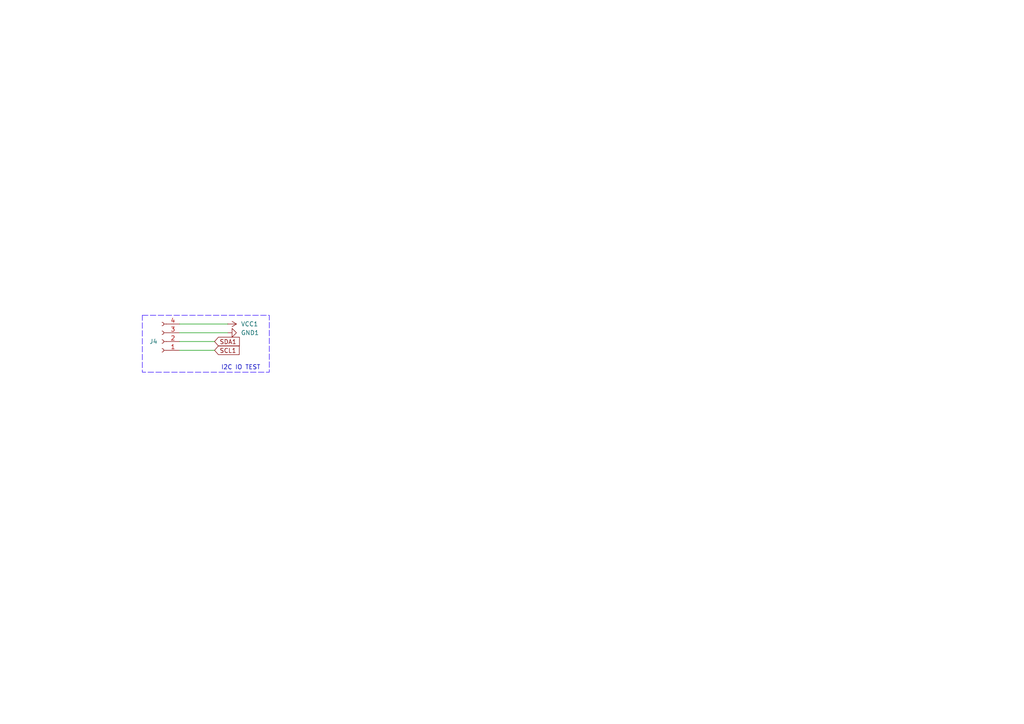
<source format=kicad_sch>
(kicad_sch (version 20250114) (generator "eeschema") (generator_version "9.0")
  (paper "A4")
  (lib_symbols
    (symbol "Connector:Conn_01x04_Socket" (pin_names (offset 1.016) (hide yes))
      (property "Reference" "J" (at 0 5.08 0))
      (property "Value" "Conn_01x04_Socket" (at 0 -7.62 0))
      (symbol "Conn_01x04_Socket_1_1"
        (polyline (pts (xy -1.27 2.54) (xy -0.508 2.54)) (stroke (width 0.1524)))
        (polyline (pts (xy -1.27 0) (xy -0.508 0)) (stroke (width 0.1524)))
        (polyline (pts (xy -1.27 -2.54) (xy -0.508 -2.54)) (stroke (width 0.1524)))
        (polyline (pts (xy -1.27 -5.08) (xy -0.508 -5.08)) (stroke (width 0.1524)))
        (arc (start 0 2.032) (mid -0.5058 2.54) (end 0 3.048) (stroke (width 0.1524)))
        (arc (start 0 -0.508) (mid -0.5058 0) (end 0 0.508) (stroke (width 0.1524)))
        (arc (start 0 -3.048) (mid -0.5058 -2.54) (end 0 -2.032) (stroke (width 0.1524)))
        (arc (start 0 -5.588) (mid -0.5058 -5.08) (end 0 -4.572) (stroke (width 0.1524)))
        (pin passive line (at -5.08 2.54 0) (length 3.81) (name "Pin_1") (number "1"))
        (pin passive line (at -5.08 0 0) (length 3.81) (name "Pin_2") (number "2"))
        (pin passive line (at -5.08 -2.54 0) (length 3.81) (name "Pin_3") (number "3"))
        (pin passive line (at -5.08 -5.08 0) (length 3.81) (name "Pin_4") (number "4"))
      )
    )
    (symbol "power:GND" (power) (pin_numbers (hide yes)) (pin_names (offset 0) (hide yes))
      (property "Value" "GND" (at 0 -3.81 0))
      (symbol "GND_0_1"
        (polyline (pts (xy 0 0) (xy 0 -1.27) (xy 1.27 -1.27) (xy 0 -2.54) (xy -1.27 -1.27) (xy 0 -1.27)))
      )
      (symbol "GND_1_1"
        (pin power_in line (at 0 0 270) (length 0) (name "~") (number "1"))
      )
    )
    (symbol "power:VCC" (power) (pin_numbers (hide yes)) (pin_names (offset 0) (hide yes))
      (property "Value" "VCC" (at 0 3.556 0))
      (symbol "VCC_0_1"
        (polyline (pts (xy -0.762 1.27) (xy 0 2.54)))
        (polyline (pts (xy 0 2.54) (xy 0.762 1.27)))
        (polyline (pts (xy 0 0) (xy 0 2.54)))
      )
      (symbol "VCC_1_1"
        (pin power_in line (at 0 0 90) (length 0) (name "~") (number "1"))
      )
    )
  )
  (rectangle (start 41.275 91.44) (end 78.105 107.95) (stroke (width 0) (type dash) (color 50 9 255 1)))
  (text "I2C IO TEST" (at 69.85 106.68 0) (effects (font (size 1.27 1.27))))
  (wire (pts (xy 52.07 99.06) (xy 62.23 99.06)))
  (wire (pts (xy 52.07 96.52) (xy 66.04 96.52)))
  (wire (pts (xy 52.07 101.6) (xy 62.23 101.6)))
  (wire (pts (xy 52.07 93.98) (xy 66.04 93.98)))
  (global_label "SDA1" (shape input) (at 62.23 99.06 0) (property "Intersheetrefs" "${INTERSHEET_REFS}" (effects (hide yes))))
  (global_label "SCL1" (shape input) (at 62.23 101.6 0) (property "Intersheetrefs" "${INTERSHEET_REFS}" (effects (hide yes))))
  (symbol (lib_id "power:VCC") (at 66.04 93.98 270) (unit 1)
    (property "Reference" "#PWR039" (effects (hide yes)))
    (property "Value" "VCC1" (at 69.85 93.98 90) (effects (justify left)))
  )
  (symbol (lib_id "power:GND") (at 66.04 96.52 90) (unit 1)
    (property "Reference" "#PWR040" (effects (hide yes)))
    (property "Value" "GND1" (at 69.85 96.5199 90) (effects (justify right)))
    (property "Description" "Power symbol creates a global label with name \"GND\" , ground" (effects (hide yes)))
  )
  (symbol (lib_id "Connector:Conn_01x04_Socket") (at 46.99 99.06 180) (unit 1)
    (property "Reference" "J4" (at 45.72 99.0601 0) (effects (justify left)))
    (property "Value" "Conn_01x04_Socket" (effects (hide yes)))
    (property "Footprint" "Add_New:CONN_PPTC041LFBN-RC_SUL" (effects (hide yes)))
    (property "Description" "Generic connector, single row, 01x04, script generated" (effects (hide yes)))
  )
)
</source>
